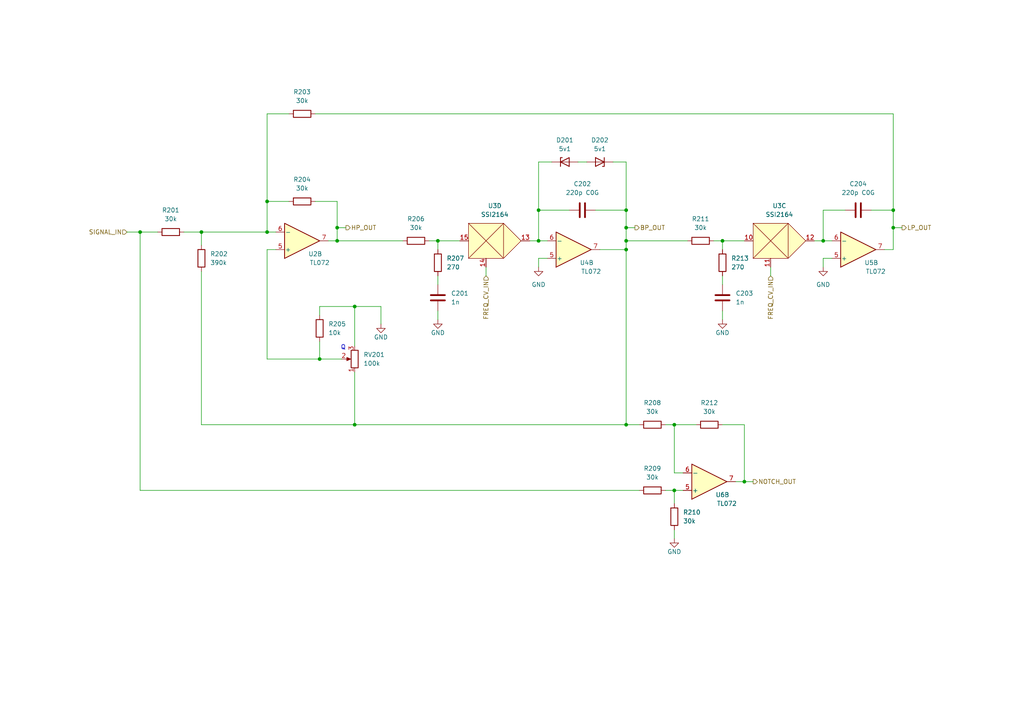
<source format=kicad_sch>
(kicad_sch (version 20230121) (generator eeschema)
  (paper "A4")
  (title_block (title "Josh Ox Ribbon Synth VCF/VCA/BBD board") (date "2023-01-07") (rev "1.0") (comment 1 "creativecommons.org/licenses/by/4.0/") (comment 2 "License: CC by 4.0") (comment 3 "Author: Jordan Aceto"))
  (lib_symbols
    (symbol "Amplifier_Operational:TL072" (pin_names (offset 0.127))
      (property "Reference" "U" (at 0 5.08 0))
      (property "Value" "TL072" (at 0 -5.08 0))
      (symbol "TL072_1_1"
        (polyline (pts (xy -5.08 5.08) (xy 5.08 0) (xy -5.08 -5.08) (xy -5.08 5.08)) (stroke (width 0.254)) (fill (type background)))
        (pin output line (at 7.62 0 180) (length 2.54) (name "~") (number "1"))
        (pin input line (at -7.62 -2.54 0) (length 2.54) (name "-") (number "2"))
        (pin input line (at -7.62 2.54 0) (length 2.54) (name "+") (number "3"))
      )
      (symbol "TL072_2_1"
        (polyline (pts (xy -5.08 5.08) (xy 5.08 0) (xy -5.08 -5.08) (xy -5.08 5.08)) (stroke (width 0.254)) (fill (type background)))
        (pin input line (at -7.62 2.54 0) (length 2.54) (name "+") (number "5"))
        (pin input line (at -7.62 -2.54 0) (length 2.54) (name "-") (number "6"))
        (pin output line (at 7.62 0 180) (length 2.54) (name "~") (number "7"))
      )
      (symbol "TL072_3_1"
        (pin power_in line (at -2.54 -7.62 90) (length 3.81) (name "V-") (number "4"))
        (pin power_in line (at -2.54 7.62 270) (length 3.81) (name "V+") (number "8"))
      )
    )
    (symbol "Device:C" (pin_numbers hide) (pin_names (offset 0.254))
      (property "Reference" "C" (at 0.635 2.54 0))
      (property "Value" "C" (at 0.635 -2.54 0))
      (symbol "C_0_1"
        (polyline (pts (xy -2.032 -0.762) (xy 2.032 -0.762)) (stroke (width 0.508)))
        (polyline (pts (xy -2.032 0.762) (xy 2.032 0.762)) (stroke (width 0.508)))
      )
      (symbol "C_1_1"
        (pin passive line (at 0 3.81 270) (length 2.794) (name "~") (number "1"))
        (pin passive line (at 0 -3.81 90) (length 2.794) (name "~") (number "2"))
      )
    )
    (symbol "Device:D_Zener" (pin_numbers hide) (pin_names (offset 1.016) hide)
      (property "Reference" "D" (at 0 2.54 0))
      (property "Value" "D_Zener" (at 0 -2.54 0))
      (symbol "D_Zener_0_1"
        (polyline (pts (xy 1.27 0) (xy -1.27 0)))
        (polyline (pts (xy -1.27 -1.27) (xy -1.27 1.27) (xy -0.762 1.27)) (stroke (width 0.254)))
        (polyline (pts (xy 1.27 -1.27) (xy 1.27 1.27) (xy -1.27 0) (xy 1.27 -1.27)) (stroke (width 0.254)))
      )
      (symbol "D_Zener_1_1"
        (pin passive line (at -3.81 0 0) (length 2.54) (name "K") (number "1"))
        (pin passive line (at 3.81 0 180) (length 2.54) (name "A") (number "2"))
      )
    )
    (symbol "Device:R" (pin_numbers hide) (pin_names (offset 0))
      (property "Reference" "R" (at 2.032 0 90))
      (property "Value" "R" (at 0 0 90))
      (symbol "R_0_1"
        (rectangle (start -1.016 -2.54) (end 1.016 2.54) (stroke (width 0.254)))
      )
      (symbol "R_1_1"
        (pin passive line (at 0 3.81 270) (length 1.27) (name "~") (number "1"))
        (pin passive line (at 0 -3.81 90) (length 1.27) (name "~") (number "2"))
      )
    )
    (symbol "Device:R_Potentiometer" (pin_names (offset 1.016) hide)
      (property "Reference" "RV" (at -4.445 0 90))
      (property "Value" "R_Potentiometer" (at -2.54 0 90))
      (symbol "R_Potentiometer_0_1"
        (polyline (pts (xy 2.54 0) (xy 1.524 0)))
        (polyline (pts (xy 1.143 0) (xy 2.286 0.508) (xy 2.286 -0.508) (xy 1.143 0)) (fill (type outline)))
        (rectangle (start 1.016 2.54) (end -1.016 -2.54) (stroke (width 0.254)))
      )
      (symbol "R_Potentiometer_1_1"
        (pin passive line (at 0 3.81 270) (length 1.27) (name "1") (number "1"))
        (pin passive line (at 3.81 0 180) (length 1.27) (name "2") (number "2"))
        (pin passive line (at 0 -3.81 90) (length 1.27) (name "3") (number "3"))
      )
    )
    (symbol "custom_symbols:SSI2164" (pin_names (offset 1.016))
      (property "Reference" "U3" (at 0 12.7 0))
      (property "Value" "SSI2164" (at 0 10.16 0))
      (symbol "SSI2164_1_1"
        (rectangle (start -5.08 5.08) (end 5.08 -5.08) (fill (type background)))
        (polyline (pts (xy 5.08 5.08) (xy -5.08 -5.08)))
        (polyline (pts (xy 5.08 5.08) (xy 10.16 0) (xy 5.08 -5.08) (xy -5.08 5.08)) (fill (type background)))
        (pin input line (at -7.62 0 0) (length 2.54) (name "~") (number "2"))
        (pin input line (at 0 -7.62 90) (length 2.54) (name "~") (number "3"))
        (pin output line (at 12.7 0 180) (length 2.54) (name "~") (number "4"))
      )
      (symbol "SSI2164_2_1"
        (rectangle (start -5.08 5.08) (end 5.08 -5.08) (fill (type background)))
        (polyline (pts (xy 5.08 5.08) (xy -5.08 -5.08)))
        (polyline (pts (xy 5.08 5.08) (xy 10.16 0) (xy 5.08 -5.08) (xy -5.08 5.08)) (fill (type background)))
        (pin output line (at 12.7 0 180) (length 2.54) (name "~") (number "5"))
        (pin input line (at 0 -7.62 90) (length 2.54) (name "~") (number "6"))
        (pin input line (at -7.62 0 0) (length 2.54) (name "~") (number "7"))
      )
      (symbol "SSI2164_3_1"
        (rectangle (start -5.08 5.08) (end 5.08 -5.08) (fill (type background)))
        (polyline (pts (xy 5.08 5.08) (xy -5.08 -5.08)))
        (polyline (pts (xy 5.08 5.08) (xy 10.16 0) (xy 5.08 -5.08) (xy -5.08 5.08)) (fill (type background)))
        (pin input line (at -7.62 0 0) (length 2.54) (name "~") (number "10"))
        (pin input line (at 0 -7.62 90) (length 2.54) (name "~") (number "11"))
        (pin output line (at 12.7 0 180) (length 2.54) (name "~") (number "12"))
      )
      (symbol "SSI2164_4_1"
        (rectangle (start -5.08 5.08) (end 5.08 -5.08) (fill (type background)))
        (polyline (pts (xy 5.08 5.08) (xy -5.08 -5.08)))
        (polyline (pts (xy 5.08 5.08) (xy 10.16 0) (xy 5.08 -5.08) (xy -5.08 5.08)) (fill (type background)))
        (pin output line (at 12.7 0 180) (length 2.54) (name "~") (number "13"))
        (pin input line (at 0 -7.62 90) (length 2.54) (name "~") (number "14"))
        (pin input line (at -7.62 0 0) (length 2.54) (name "~") (number "15"))
      )
      (symbol "SSI2164_5_1"
        (rectangle (start -3.81 8.89) (end 3.81 -8.89) (fill (type background)))
        (pin input line (at -6.35 -3.81 0) (length 2.54) (name "mode") (number "1"))
        (pin power_in line (at 6.35 6.35 180) (length 2.54) (name "V+") (number "16"))
        (pin power_in line (at 6.35 0 180) (length 2.54) (name "gnd") (number "8"))
        (pin power_in line (at 6.35 -6.35 180) (length 2.54) (name "V-") (number "9"))
      )
    )
    (symbol "power:GND" (power) (pin_names (offset 0))
      (property "Value" "GND" (at 0 -3.81 0))
      (symbol "GND_0_1"
        (polyline (pts (xy 0 0) (xy 0 -1.27) (xy 1.27 -1.27) (xy 0 -2.54) (xy -1.27 -1.27) (xy 0 -1.27)))
      )
      (symbol "GND_1_1"
        (pin power_in line (at 0 0 270) (length 0) hide (name "GND") (number "1"))
      )
    )
  )
  (junction (at 97.79 69.85))
  (junction (at 77.47 67.31))
  (junction (at 181.61 66.04))
  (junction (at 127 69.85))
  (junction (at 181.61 69.85))
  (junction (at 195.58 123.19))
  (junction (at 181.61 72.39))
  (junction (at 40.64 67.31))
  (junction (at 77.47 58.42))
  (junction (at 102.87 88.9))
  (junction (at 181.61 60.96))
  (junction (at 259.08 66.04))
  (junction (at 92.71 104.14))
  (junction (at 259.08 60.96))
  (junction (at 97.79 66.04))
  (junction (at 181.61 123.19))
  (junction (at 209.55 69.85))
  (junction (at 102.87 123.19))
  (junction (at 156.21 69.85))
  (junction (at 215.9 139.7))
  (junction (at 58.42 67.31))
  (junction (at 195.58 142.24))
  (junction (at 238.76 69.85))
  (junction (at 156.21 60.96))
  (wire (pts (xy 193.04 142.24) (xy 195.58 142.24)))
  (wire (pts (xy 209.55 80.01) (xy 209.55 82.55)))
  (wire (pts (xy 97.79 66.04) (xy 100.33 66.04)))
  (wire (pts (xy 172.72 60.96) (xy 181.61 60.96)))
  (wire (pts (xy 40.64 142.24) (xy 40.64 67.31)))
  (wire (pts (xy 181.61 46.99) (xy 181.61 60.96)))
  (wire (pts (xy 181.61 72.39) (xy 181.61 69.85)))
  (wire (pts (xy 238.76 60.96) (xy 245.11 60.96)))
  (wire (pts (xy 102.87 107.95) (xy 102.87 123.19)))
  (wire (pts (xy 77.47 72.39) (xy 77.47 104.14)))
  (wire (pts (xy 156.21 60.96) (xy 165.1 60.96)))
  (wire (pts (xy 215.9 139.7) (xy 218.44 139.7)))
  (wire (pts (xy 77.47 67.31) (xy 77.47 58.42)))
  (wire (pts (xy 77.47 33.02) (xy 77.47 58.42)))
  (wire (pts (xy 58.42 78.74) (xy 58.42 123.19)))
  (wire (pts (xy 36.83 67.31) (xy 40.64 67.31)))
  (wire (pts (xy 259.08 60.96) (xy 259.08 33.02)))
  (wire (pts (xy 213.36 139.7) (xy 215.9 139.7)))
  (wire (pts (xy 241.3 69.85) (xy 238.76 69.85)))
  (wire (pts (xy 127 69.85) (xy 133.35 69.85)))
  (wire (pts (xy 92.71 104.14) (xy 92.71 99.06)))
  (wire (pts (xy 195.58 123.19) (xy 201.93 123.19)))
  (wire (pts (xy 127 72.39) (xy 127 69.85)))
  (wire (pts (xy 127 80.01) (xy 127 82.55)))
  (wire (pts (xy 236.22 69.85) (xy 238.76 69.85)))
  (wire (pts (xy 195.58 142.24) (xy 198.12 142.24)))
  (wire (pts (xy 77.47 67.31) (xy 80.01 67.31)))
  (wire (pts (xy 97.79 58.42) (xy 91.44 58.42)))
  (wire (pts (xy 97.79 69.85) (xy 97.79 66.04)))
  (wire (pts (xy 158.75 69.85) (xy 156.21 69.85)))
  (wire (pts (xy 99.06 104.14) (xy 92.71 104.14)))
  (wire (pts (xy 195.58 142.24) (xy 195.58 146.05)))
  (wire (pts (xy 209.55 90.17) (xy 209.55 92.71)))
  (wire (pts (xy 77.47 104.14) (xy 92.71 104.14)))
  (wire (pts (xy 181.61 72.39) (xy 181.61 123.19)))
  (wire (pts (xy 102.87 88.9) (xy 110.49 88.9)))
  (wire (pts (xy 153.67 69.85) (xy 156.21 69.85)))
  (wire (pts (xy 209.55 69.85) (xy 215.9 69.85)))
  (wire (pts (xy 238.76 77.47) (xy 238.76 74.93)))
  (wire (pts (xy 127 69.85) (xy 124.46 69.85)))
  (wire (pts (xy 156.21 77.47) (xy 156.21 74.93)))
  (wire (pts (xy 181.61 66.04) (xy 181.61 69.85)))
  (wire (pts (xy 97.79 69.85) (xy 116.84 69.85)))
  (wire (pts (xy 185.42 123.19) (xy 181.61 123.19)))
  (wire (pts (xy 252.73 60.96) (xy 259.08 60.96)))
  (wire (pts (xy 95.25 69.85) (xy 97.79 69.85)))
  (wire (pts (xy 215.9 139.7) (xy 215.9 123.19)))
  (wire (pts (xy 92.71 88.9) (xy 92.71 91.44)))
  (wire (pts (xy 209.55 69.85) (xy 207.01 69.85)))
  (wire (pts (xy 209.55 72.39) (xy 209.55 69.85)))
  (wire (pts (xy 40.64 67.31) (xy 45.72 67.31)))
  (wire (pts (xy 77.47 33.02) (xy 83.82 33.02)))
  (wire (pts (xy 140.97 77.47) (xy 140.97 80.01)))
  (wire (pts (xy 195.58 153.67) (xy 195.58 156.21)))
  (wire (pts (xy 77.47 58.42) (xy 83.82 58.42)))
  (wire (pts (xy 97.79 66.04) (xy 97.79 58.42)))
  (wire (pts (xy 156.21 46.99) (xy 156.21 60.96)))
  (wire (pts (xy 195.58 137.16) (xy 198.12 137.16)))
  (wire (pts (xy 58.42 123.19) (xy 102.87 123.19)))
  (wire (pts (xy 259.08 66.04) (xy 259.08 72.39)))
  (wire (pts (xy 238.76 74.93) (xy 241.3 74.93)))
  (wire (pts (xy 127 90.17) (xy 127 92.71)))
  (wire (pts (xy 102.87 88.9) (xy 92.71 88.9)))
  (wire (pts (xy 167.64 46.99) (xy 170.18 46.99)))
  (wire (pts (xy 40.64 142.24) (xy 185.42 142.24)))
  (wire (pts (xy 195.58 137.16) (xy 195.58 123.19)))
  (wire (pts (xy 259.08 60.96) (xy 259.08 66.04)))
  (wire (pts (xy 259.08 66.04) (xy 261.62 66.04)))
  (wire (pts (xy 156.21 74.93) (xy 158.75 74.93)))
  (wire (pts (xy 223.52 77.47) (xy 223.52 80.01)))
  (wire (pts (xy 91.44 33.02) (xy 259.08 33.02)))
  (wire (pts (xy 173.99 72.39) (xy 181.61 72.39)))
  (wire (pts (xy 77.47 72.39) (xy 80.01 72.39)))
  (wire (pts (xy 102.87 88.9) (xy 102.87 100.33)))
  (wire (pts (xy 58.42 67.31) (xy 77.47 67.31)))
  (wire (pts (xy 110.49 88.9) (xy 110.49 93.98)))
  (wire (pts (xy 181.61 69.85) (xy 199.39 69.85)))
  (wire (pts (xy 181.61 60.96) (xy 181.61 66.04)))
  (wire (pts (xy 53.34 67.31) (xy 58.42 67.31)))
  (wire (pts (xy 58.42 67.31) (xy 58.42 71.12)))
  (wire (pts (xy 102.87 123.19) (xy 181.61 123.19)))
  (wire (pts (xy 181.61 66.04) (xy 184.15 66.04)))
  (wire (pts (xy 193.04 123.19) (xy 195.58 123.19)))
  (wire (pts (xy 238.76 69.85) (xy 238.76 60.96)))
  (wire (pts (xy 209.55 123.19) (xy 215.9 123.19)))
  (wire (pts (xy 256.54 72.39) (xy 259.08 72.39)))
  (wire (pts (xy 177.8 46.99) (xy 181.61 46.99)))
  (wire (pts (xy 156.21 69.85) (xy 156.21 60.96)))
  (wire (pts (xy 160.02 46.99) (xy 156.21 46.99)))
  (text "Q" (at 100.33 101.6 0) (effects (font (size 1.27 1.27)) (justify right bottom)))
  (hierarchical_label "SIGNAL_IN" (shape input) (at 36.83 67.31 180))
  (hierarchical_label "FREQ_CV_IN" (shape input) (at 140.97 80.01 270))
  (hierarchical_label "BP_OUT" (shape output) (at 184.15 66.04 0))
  (hierarchical_label "HP_OUT" (shape output) (at 100.33 66.04 0))
  (hierarchical_label "FREQ_CV_IN" (shape input) (at 223.52 80.01 270))
  (hierarchical_label "NOTCH_OUT" (shape output) (at 218.44 139.7 0))
  (hierarchical_label "LP_OUT" (shape output) (at 261.62 66.04 0))
  (symbol (lib_id "power:GND") (at 110.49 93.98 0) (mirror y) (unit 1)
    (property "Reference" "#PWR0201" (effects hide))
    (property "Value" "GND" (at 110.49 97.79 0))
    (instances (project "VCF_VCA_BBD_board" (path "" (reference "#PWR0201") (unit 1)) (path "" (reference "#PWR0301") (unit 1))))
  )
  (symbol (lib_id "Device:C") (at 209.55 86.36 0) (unit 1)
    (property "Reference" "C203" (at 213.36 85.0899 0) (effects (justify left)))
    (property "Value" "1n" (at 213.36 87.6299 0) (effects (justify left)))
    (property "Footprint" "Capacitor_SMD:C_0805_2012Metric" (effects hide))
    (instances (project "VCF_VCA_BBD_board" (path "" (reference "C203") (unit 1)) (path "" (reference "C303") (unit 1))))
  )
  (symbol (lib_id "Amplifier_Operational:TL072") (at 248.92 72.39 0) (mirror x) (unit 2)
    (property "Reference" "U5" (at 252.73 76.2 0))
    (property "Value" "TL072" (at 254 78.74 0))
    (property "Footprint" "Package_SO:SOIC-8_3.9x4.9mm_P1.27mm" (effects hide))
    (property "Datasheet" "http://www.ti.com/lit/ds/symlink/tl071.pdf" (effects hide))
    (instances (project "VCF_VCA_BBD_board" (path "" (reference "U5") (unit 2)) (path "" (reference "U9") (unit 1))))
  )
  (symbol (lib_id "Device:R") (at 58.42 74.93 180) (unit 1)
    (property "Reference" "R202" (at 60.96 73.6599 0) (effects (justify right)))
    (property "Value" "390k" (at 60.96 76.1999 0) (effects (justify right)))
    (property "Footprint" "Resistor_SMD:R_0805_2012Metric" (effects hide))
    (instances (project "VCF_VCA_BBD_board" (path "" (reference "R202") (unit 1)) (path "" (reference "R302") (unit 1))))
  )
  (symbol (lib_id "power:GND") (at 156.21 77.47 0) (unit 1)
    (property "Reference" "#PWR0203" (effects hide))
    (property "Value" "GND" (at 156.21 82.55 0))
    (instances (project "VCF_VCA_BBD_board" (path "" (reference "#PWR0203") (unit 1)) (path "" (reference "#PWR0303") (unit 1))))
  )
  (symbol (lib_id "Device:C") (at 168.91 60.96 90) (unit 1)
    (property "Reference" "C202" (at 168.91 53.34 90))
    (property "Value" "220p C0G" (at 168.91 55.88 90))
    (property "Footprint" "Capacitor_SMD:C_0805_2012Metric" (effects hide))
    (instances (project "VCF_VCA_BBD_board" (path "" (reference "C202") (unit 1)) (path "" (reference "C302") (unit 1))))
  )
  (symbol (lib_id "Device:R") (at 87.63 58.42 90) (unit 1)
    (property "Reference" "R204" (at 87.63 52.07 90))
    (property "Value" "30k" (at 87.63 54.61 90))
    (property "Footprint" "Resistor_SMD:R_0805_2012Metric" (effects hide))
    (instances (project "VCF_VCA_BBD_board" (path "" (reference "R204") (unit 1)) (path "" (reference "R304") (unit 1))))
  )
  (symbol (lib_id "Device:R") (at 49.53 67.31 90) (unit 1)
    (property "Reference" "R201" (at 49.53 60.96 90))
    (property "Value" "30k" (at 49.53 63.5 90))
    (property "Footprint" "Resistor_SMD:R_0805_2012Metric" (effects hide))
    (instances (project "VCF_VCA_BBD_board" (path "" (reference "R201") (unit 1)) (path "" (reference "R301") (unit 1))))
  )
  (symbol (lib_id "Device:R") (at 127 76.2 0) (unit 1)
    (property "Reference" "R207" (at 129.54 74.9299 0) (effects (justify left)))
    (property "Value" "270" (at 129.54 77.4699 0) (effects (justify left)))
    (property "Footprint" "Resistor_SMD:R_0805_2012Metric" (effects hide))
    (instances (project "VCF_VCA_BBD_board" (path "" (reference "R207") (unit 1)) (path "" (reference "R307") (unit 1))))
  )
  (symbol (lib_id "Amplifier_Operational:TL072") (at 166.37 72.39 0) (mirror x) (unit 2)
    (property "Reference" "U4" (at 170.18 76.2 0))
    (property "Value" "TL072" (at 171.45 78.74 0))
    (property "Footprint" "Package_SO:SOIC-8_3.9x4.9mm_P1.27mm" (effects hide))
    (property "Datasheet" "http://www.ti.com/lit/ds/symlink/tl071.pdf" (effects hide))
    (instances (project "VCF_VCA_BBD_board" (path "" (reference "U4") (unit 2)) (path "" (reference "U8") (unit 1))))
  )
  (symbol (lib_id "Device:R") (at 87.63 33.02 90) (unit 1)
    (property "Reference" "R203" (at 87.63 26.67 90))
    (property "Value" "30k" (at 87.63 29.21 90))
    (property "Footprint" "Resistor_SMD:R_0805_2012Metric" (effects hide))
    (instances (project "VCF_VCA_BBD_board" (path "" (reference "R203") (unit 1)) (path "" (reference "R303") (unit 1))))
  )
  (symbol (lib_id "Device:R") (at 120.65 69.85 90) (unit 1)
    (property "Reference" "R206" (at 120.65 63.5 90))
    (property "Value" "30k" (at 120.65 66.04 90))
    (property "Footprint" "Resistor_SMD:R_0805_2012Metric" (effects hide))
    (instances (project "VCF_VCA_BBD_board" (path "" (reference "R206") (unit 1)) (path "" (reference "R306") (unit 1))))
  )
  (symbol (lib_id "power:GND") (at 209.55 92.71 0) (unit 1)
    (property "Reference" "#PWR0205" (effects hide))
    (property "Value" "GND" (at 209.55 96.52 0))
    (instances (project "VCF_VCA_BBD_board" (path "" (reference "#PWR0205") (unit 1)) (path "" (reference "#PWR0305") (unit 1))))
  )
  (symbol (lib_id "power:GND") (at 127 92.71 0) (unit 1)
    (property "Reference" "#PWR0202" (effects hide))
    (property "Value" "GND" (at 127 96.52 0))
    (instances (project "VCF_VCA_BBD_board" (path "" (reference "#PWR0202") (unit 1)) (path "" (reference "#PWR0302") (unit 1))))
  )
  (symbol (lib_id "Device:C") (at 248.92 60.96 90) (unit 1)
    (property "Reference" "C204" (at 248.92 53.34 90))
    (property "Value" "220p C0G" (at 248.92 55.88 90))
    (property "Footprint" "Capacitor_SMD:C_0805_2012Metric" (effects hide))
    (instances (project "VCF_VCA_BBD_board" (path "" (reference "C204") (unit 1)) (path "" (reference "C304") (unit 1))))
  )
  (symbol (lib_id "Device:R") (at 203.2 69.85 90) (unit 1)
    (property "Reference" "R211" (at 203.2 63.5 90))
    (property "Value" "30k" (at 203.2 66.04 90))
    (property "Footprint" "Resistor_SMD:R_0805_2012Metric" (effects hide))
    (instances (project "VCF_VCA_BBD_board" (path "" (reference "R211") (unit 1)) (path "" (reference "R311") (unit 1))))
  )
  (symbol (lib_id "power:GND") (at 238.76 77.47 0) (unit 1)
    (property "Reference" "#PWR0207" (effects hide))
    (property "Value" "GND" (at 238.76 82.55 0))
    (instances (project "VCF_VCA_BBD_board" (path "" (reference "#PWR0207") (unit 1)) (path "" (reference "#PWR0307") (unit 1))))
  )
  (symbol (lib_id "Device:C") (at 127 86.36 0) (unit 1)
    (property "Reference" "C201" (at 130.81 85.0899 0) (effects (justify left)))
    (property "Value" "1n" (at 130.81 87.6299 0) (effects (justify left)))
    (property "Footprint" "Capacitor_SMD:C_0805_2012Metric" (effects hide))
    (instances (project "VCF_VCA_BBD_board" (path "" (reference "C201") (unit 1)) (path "" (reference "C301") (unit 1))))
  )
  (symbol (lib_id "Device:R") (at 92.71 95.25 180) (unit 1)
    (property "Reference" "R205" (at 95.25 93.9799 0) (effects (justify right)))
    (property "Value" "10k" (at 95.25 96.5199 0) (effects (justify right)))
    (property "Footprint" "Resistor_SMD:R_0805_2012Metric" (effects hide))
    (instances (project "VCF_VCA_BBD_board" (path "" (reference "R205") (unit 1)) (path "" (reference "R305") (unit 1))))
  )
  (symbol (lib_id "Device:R") (at 189.23 123.19 90) (unit 1)
    (property "Reference" "R208" (at 189.23 116.84 90))
    (property "Value" "30k" (at 189.23 119.38 90))
    (property "Footprint" "Resistor_SMD:R_0805_2012Metric" (effects hide))
    (instances (project "VCF_VCA_BBD_board" (path "" (reference "R208") (unit 1)) (path "" (reference "R308") (unit 1))))
  )
  (symbol (lib_id "Amplifier_Operational:TL072") (at 87.63 69.85 0) (mirror x) (unit 2)
    (property "Reference" "U2" (at 91.44 73.66 0))
    (property "Value" "TL072" (at 92.71 76.2 0))
    (property "Footprint" "Package_SO:SOIC-8_3.9x4.9mm_P1.27mm" (effects hide))
    (property "Datasheet" "http://www.ti.com/lit/ds/symlink/tl071.pdf" (effects hide))
    (instances (project "VCF_VCA_BBD_board" (path "" (reference "U2") (unit 2)) (path "" (reference "U7") (unit 1))))
  )
  (symbol (lib_id "custom_symbols:SSI2164") (at 140.97 69.85 0) (unit 4)
    (property "Reference" "U3" (at 143.51 59.69 0))
    (property "Value" "SSI2164" (at 143.51 62.23 0))
    (property "Footprint" "Package_SO:SOIC-16_3.9x9.9mm_P1.27mm" (effects hide))
    (property "Datasheet" "https://www.soundsemiconductor.com/downloads/ssi2164datasheet.pdf" (effects hide))
    (instances (project "VCF_VCA_BBD_board" (path "" (reference "U3") (unit 4)) (path "" (reference "U10") (unit 1))))
  )
  (symbol (lib_id "Device:R") (at 209.55 76.2 0) (unit 1)
    (property "Reference" "R213" (at 212.09 74.9299 0) (effects (justify left)))
    (property "Value" "270" (at 212.09 77.4699 0) (effects (justify left)))
    (property "Footprint" "Resistor_SMD:R_0805_2012Metric" (effects hide))
    (instances (project "VCF_VCA_BBD_board" (path "" (reference "R213") (unit 1)) (path "" (reference "R313") (unit 1))))
  )
  (symbol (lib_id "Device:D_Zener") (at 163.83 46.99 0) (unit 1)
    (property "Reference" "D201" (at 163.83 40.64 0))
    (property "Value" "5v1" (at 163.83 43.18 0))
    (property "Footprint" "Diode_SMD:D_SOD-123" (effects hide))
    (instances (project "VCF_VCA_BBD_board" (path "" (reference "D201") (unit 1)) (path "" (reference "D301") (unit 1))))
  )
  (symbol (lib_id "Device:R") (at 189.23 142.24 90) (unit 1)
    (property "Reference" "R209" (at 189.23 135.89 90))
    (property "Value" "30k" (at 189.23 138.43 90))
    (property "Footprint" "Resistor_SMD:R_0805_2012Metric" (effects hide))
    (instances (project "VCF_VCA_BBD_board" (path "" (reference "R209") (unit 1)) (path "" (reference "R309") (unit 1))))
  )
  (symbol (lib_id "Device:R") (at 205.74 123.19 90) (unit 1)
    (property "Reference" "R212" (at 205.74 116.84 90))
    (property "Value" "30k" (at 205.74 119.38 90))
    (property "Footprint" "Resistor_SMD:R_0805_2012Metric" (effects hide))
    (instances (project "VCF_VCA_BBD_board" (path "" (reference "R212") (unit 1)) (path "" (reference "R312") (unit 1))))
  )
  (symbol (lib_id "Device:R") (at 195.58 149.86 0) (unit 1)
    (property "Reference" "R210" (at 198.12 148.5899 0) (effects (justify left)))
    (property "Value" "30k" (at 198.12 151.1299 0) (effects (justify left)))
    (property "Footprint" "Resistor_SMD:R_0805_2012Metric" (effects hide))
    (instances (project "VCF_VCA_BBD_board" (path "" (reference "R210") (unit 1)) (path "" (reference "R310") (unit 1))))
  )
  (symbol (lib_id "Device:R_Potentiometer") (at 102.87 104.14 180) (unit 1)
    (property "Reference" "RV201" (at 105.41 102.8699 0) (effects (justify right)))
    (property "Value" "100k" (at 105.41 105.4099 0) (effects (justify right)))
    (property "Footprint" "Potentiometer_THT:Potentiometer_Alpha_RD901F-40-00D_Single_Vertical" (effects hide))
    (instances (project "VCF_VCA_BBD_board" (path "" (reference "RV201") (unit 1)) (path "" (reference "RV301") (unit 1))))
  )
  (symbol (lib_id "Device:D_Zener") (at 173.99 46.99 180) (unit 1)
    (property "Reference" "D202" (at 173.99 40.64 0))
    (property "Value" "5v1" (at 173.99 43.18 0))
    (property "Footprint" "Diode_SMD:D_SOD-123" (effects hide))
    (instances (project "VCF_VCA_BBD_board" (path "" (reference "D202") (unit 1)) (path "" (reference "D302") (unit 1))))
  )
  (symbol (lib_id "custom_symbols:SSI2164") (at 223.52 69.85 0) (unit 3)
    (property "Reference" "U3" (at 226.06 59.69 0))
    (property "Value" "SSI2164" (at 226.06 62.23 0))
    (property "Footprint" "Package_SO:SOIC-16_3.9x9.9mm_P1.27mm" (effects hide))
    (property "Datasheet" "https://www.soundsemiconductor.com/downloads/ssi2164datasheet.pdf" (effects hide))
    (instances (project "VCF_VCA_BBD_board" (path "" (reference "U3") (unit 3)) (path "" (reference "U10") (unit 2))))
  )
  (symbol (lib_id "Amplifier_Operational:TL072") (at 205.74 139.7 0) (mirror x) (unit 2)
    (property "Reference" "U6" (at 209.55 143.51 0))
    (property "Value" "TL072" (at 210.82 146.05 0))
    (property "Footprint" "Package_SO:SOIC-8_3.9x4.9mm_P1.27mm" (effects hide))
    (property "Datasheet" "http://www.ti.com/lit/ds/symlink/tl071.pdf" (effects hide))
    (instances (project "VCF_VCA_BBD_board" (path "" (reference "U6") (unit 2)) (path "" (reference "U23") (unit 1))))
  )
  (symbol (lib_id "power:GND") (at 195.58 156.21 0) (unit 1)
    (property "Reference" "#PWR0204" (effects hide))
    (property "Value" "GND" (at 195.58 160.02 0))
    (instances (project "VCF_VCA_BBD_board" (path "" (reference "#PWR0204") (unit 1)) (path "" (reference "#PWR0304") (unit 1))))
  )
)
</source>
